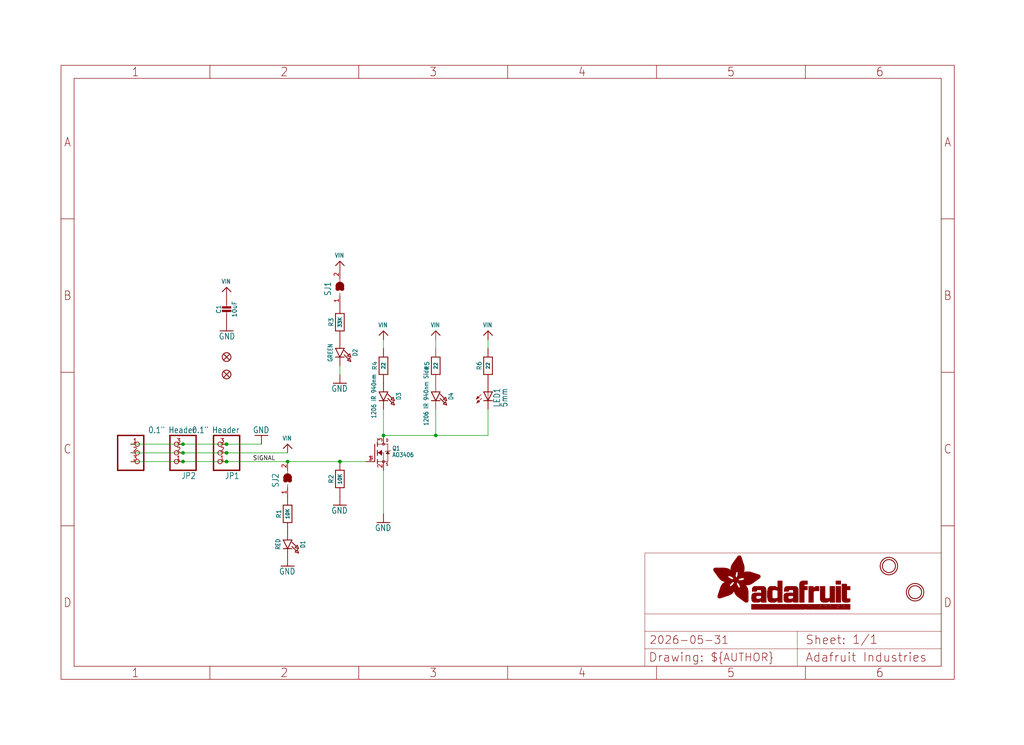
<source format=kicad_sch>
(kicad_sch (version 20230121) (generator eeschema)
  (paper "User" 298.45 217.322)
  (lib_symbols
    (symbol "working-eagle-import:CAP_CERAMIC0805-NOOUTLINE"
      (property "Reference" "C" (at -2.29 1.25 90))
      (symbol "CAP_CERAMIC0805-NOOUTLINE_1_0"
        (pin passive line (at 0 5.08 270) (length 2.54) (name "1") (number "1"))
        (pin passive line (at 0 -2.54 90) (length 2.54) (name "2") (number "2"))
      )
    )
    (symbol "working-eagle-import:CON_JST_PH_3PIN"
      (symbol "CON_JST_PH_3PIN_1_0"
        (pin passive inverted (at -2.54 2.54 0) (length 2.54) (name "1") (number "1"))
        (pin passive inverted (at -2.54 0 0) (length 2.54) (name "2") (number "2"))
        (pin passive inverted (at -2.54 -2.54 0) (length 2.54) (name "3") (number "3"))
      )
      (symbol "CON_JST_PH_3PIN_2_0"
        (pin bidirectional line (at 0 0 0) (length 5.08) (name "MT") (number "NC1"))
      )
      (symbol "CON_JST_PH_3PIN_3_0"
        (pin bidirectional line (at 0 0 0) (length 5.08) (name "MT") (number "NC2"))
      )
    )
    (symbol "working-eagle-import:FIDUCIAL_1MM")
    (symbol "working-eagle-import:FRAME_A4_ADAFRUIT"
      (symbol "FRAME_A4_ADAFRUIT_1_0"
        (text "${#}/${##}" (at 230.505 10.16 0) (effects (font (size 2.54 2.54)) (justify left bottom)))
        (text "${AUTHOR}" (at 189.23 5.08 0) (effects (font (size 2.286 2.286)) (justify left bottom)))
        (text "${CURRENT_DATE}" (at 171.45 10.16 0) (effects (font (size 2.286 2.286)) (justify left bottom)))
        (text "${PROJECTNAME}" (at 171.45 15.24 0) (effects (font (size 2.54 2.54)) (justify left bottom)))
        (text "1" (at 21.6958 1.905 0) (effects (font (size 2.54 2.286))))
        (text "1" (at 21.6958 177.165 0) (effects (font (size 2.54 2.286))))
        (text "2" (at 65.0875 1.905 0) (effects (font (size 2.54 2.286))))
        (text "2" (at 65.0875 177.165 0) (effects (font (size 2.54 2.286))))
        (text "3" (at 108.4792 1.905 0) (effects (font (size 2.54 2.286))))
        (text "3" (at 108.4792 177.165 0) (effects (font (size 2.54 2.286))))
        (text "4" (at 151.8708 1.905 0) (effects (font (size 2.54 2.286))))
        (text "4" (at 151.8708 177.165 0) (effects (font (size 2.54 2.286))))
        (text "5" (at 195.2625 1.905 0) (effects (font (size 2.54 2.286))))
        (text "5" (at 195.2625 177.165 0) (effects (font (size 2.54 2.286))))
        (text "6" (at 238.6542 1.905 0) (effects (font (size 2.54 2.286))))
        (text "6" (at 238.6542 177.165 0) (effects (font (size 2.54 2.286))))
        (text "A" (at 1.905 156.6863 0) (effects (font (size 2.54 2.286))))
        (text "A" (at 258.445 156.6863 0) (effects (font (size 2.54 2.286))))
        (text "Adafruit Industries" (at 216.916 4.953 0) (effects (font (size 2.54 2.54)) (justify left bottom)))
        (text "B" (at 1.905 111.9188 0) (effects (font (size 2.54 2.286))))
        (text "B" (at 258.445 111.9188 0) (effects (font (size 2.54 2.286))))
        (text "C" (at 1.905 67.1513 0) (effects (font (size 2.54 2.286))))
        (text "C" (at 258.445 67.1513 0) (effects (font (size 2.54 2.286))))
        (text "D" (at 1.905 22.3838 0) (effects (font (size 2.54 2.286))))
        (text "D" (at 258.445 22.3838 0) (effects (font (size 2.54 2.286))))
        (text "Drawing:" (at 171.196 4.953 0) (effects (font (size 2.54 2.54)) (justify left bottom)))
        (text "Sheet:" (at 216.916 10.033 0) (effects (font (size 2.54 2.54)) (justify left bottom)))
      )
    )
    (symbol "working-eagle-import:GND" (power)
      (property "Value" "GND" (at -2.54 -2.54 0))
      (symbol "GND_1_0"
        (pin power_in line (at 0 2.54 270) (length 2.54) (name "GND") (number "1"))
      )
    )
    (symbol "working-eagle-import:HEADER-1X3"
      (property "Reference" "JP" (at -6.35 5.715 0))
      (symbol "HEADER-1X3_1_0"
        (pin passive inverted (at -2.54 2.54 0) (length 2.54) (name "1") (number "1"))
        (pin passive inverted (at -2.54 0 0) (length 2.54) (name "2") (number "2"))
        (pin passive inverted (at -2.54 -2.54 0) (length 2.54) (name "3") (number "3"))
      )
    )
    (symbol "working-eagle-import:HEADER-1X3ROUND"
      (property "Reference" "JP" (at -6.35 5.715 0))
      (symbol "HEADER-1X3ROUND_1_0"
        (pin passive inverted (at -2.54 2.54 0) (length 2.54) (name "1") (number "1"))
        (pin passive inverted (at -2.54 0 0) (length 2.54) (name "2") (number "2"))
        (pin passive inverted (at -2.54 -2.54 0) (length 2.54) (name "3") (number "3"))
      )
    )
    (symbol "working-eagle-import:LED0603_NOOUTLINE"
      (property "Reference" "D" (at -1.27 4.445 0))
      (symbol "LED0603_NOOUTLINE_1_0"
        (pin passive line (at -5.08 0 0) (length 2.54) (name "A") (number "A"))
        (pin passive line (at 2.54 0 180) (length 2.54) (name "C") (number "C"))
      )
    )
    (symbol "working-eagle-import:LED1206"
      (property "Reference" "D" (at -1.27 4.445 0))
      (symbol "LED1206_1_0"
        (pin passive line (at -5.08 0 0) (length 2.54) (name "A") (number "A"))
        (pin passive line (at 2.54 0 180) (length 2.54) (name "C") (number "C"))
      )
    )
    (symbol "working-eagle-import:LED5MM"
      (property "Reference" "LED" (at 3.556 -4.572 90))
      (symbol "LED5MM_1_0"
        (pin passive line (at 0 2.54 270) (length 2.54) (name "A") (number "A"))
        (pin passive line (at 0 -5.08 90) (length 2.54) (name "C") (number "K"))
      )
    )
    (symbol "working-eagle-import:LED_1206RA"
      (property "Reference" "D" (at -1.27 4.445 0))
      (symbol "LED_1206RA_1_0"
        (pin passive line (at -5.08 0 0) (length 2.54) (name "A") (number "A"))
        (pin passive line (at 2.54 0 180) (length 2.54) (name "C") (number "C"))
      )
    )
    (symbol "working-eagle-import:MOSFET-NWIDE"
      (property "Reference" "Q" (at 5.08 0.635 0))
      (symbol "MOSFET-NWIDE_1_0"
        (text "D" (at 3.175 3.175 0) (effects (font (size 0.8128 0.6908)) (justify left bottom)))
        (text "G" (at -1.27 -1.905 0) (effects (font (size 0.8128 0.6908)) (justify left bottom)))
        (text "S" (at 3.175 -3.81 0) (effects (font (size 0.8128 0.6908)) (justify left bottom)))
        (pin bidirectional line (at -2.54 -2.54 0) (length 2.54) (name "G") (number "1"))
        (pin bidirectional line (at 2.54 -5.08 90) (length 2.54) (name "S") (number "2"))
        (pin bidirectional line (at 2.54 5.08 270) (length 2.54) (name "D") (number "3"))
      )
    )
    (symbol "working-eagle-import:MOUNTINGHOLE2.5")
    (symbol "working-eagle-import:RESISTOR_0603_NOOUT"
      (property "Reference" "R" (at 0 2.54 0))
      (symbol "RESISTOR_0603_NOOUT_1_0"
        (pin passive line (at -5.08 0 0) (length 2.54) (name "1") (number "1"))
        (pin passive line (at 5.08 0 180) (length 2.54) (name "2") (number "2"))
      )
    )
    (symbol "working-eagle-import:SOLDERJUMPER_CLOSED"
      (property "Reference" "SJ" (at -2.54 2.54 0))
      (symbol "SOLDERJUMPER_CLOSED_1_0"
        (pin passive line (at -5.08 0 0) (length 2.54) (name "1") (number "1"))
        (pin passive line (at 5.08 0 180) (length 2.54) (name "2") (number "2"))
      )
    )
    (symbol "working-eagle-import:VIN" (power)
      (property "Value" "VIN" (at -1.524 1.016 0))
      (symbol "VIN_1_0"
        (pin power_in line (at 0 -2.54 90) (length 2.54) (name "VIN") (number "1"))
      )
    )
  )
  (junction (at 66.04 129.54))
  (junction (at 53.34 129.54))
  (junction (at 66.04 132.08))
  (junction (at 99.06 134.62))
  (junction (at 53.34 132.08))
  (junction (at 111.76 127))
  (junction (at 83.82 134.62))
  (junction (at 53.34 134.62))
  (junction (at 66.04 134.62))
  (junction (at 127 127))
  (wire (pts (xy 76.2 129.54) (xy 66.04 129.54)) (stroke (width 0.1524)))
  (wire (pts (xy 38.1 129.54) (xy 53.34 129.54)) (stroke (width 0.1524)))
  (wire (pts (xy 142.24 101.6) (xy 142.24 99.06)) (stroke (width 0.1524)))
  (wire (pts (xy 53.34 132.08) (xy 38.1 132.08)) (stroke (width 0.1524)))
  (wire (pts (xy 83.82 132.08) (xy 66.04 132.08)) (stroke (width 0.1524)))
  (wire (pts (xy 142.24 127) (xy 142.24 119.38)) (stroke (width 0.1524)))
  (wire (pts (xy 99.06 134.62) (xy 106.68 134.62)) (stroke (width 0.1524)))
  (wire (pts (xy 53.34 134.62) (xy 66.04 134.62)) (stroke (width 0.1524)))
  (wire (pts (xy 38.1 134.62) (xy 53.34 134.62)) (stroke (width 0.1524)))
  (wire (pts (xy 111.76 119.38) (xy 111.76 127)) (stroke (width 0.1524)))
  (wire (pts (xy 66.04 132.08) (xy 53.34 132.08)) (stroke (width 0.1524)))
  (wire (pts (xy 127 127) (xy 127 119.38)) (stroke (width 0.1524)))
  (wire (pts (xy 127 127) (xy 142.24 127)) (stroke (width 0.1524)))
  (wire (pts (xy 66.04 134.62) (xy 83.82 134.62)) (stroke (width 0.1524)))
  (wire (pts (xy 111.76 137.16) (xy 111.76 149.86)) (stroke (width 0.1524)))
  (wire (pts (xy 83.82 134.62) (xy 99.06 134.62)) (stroke (width 0.1524)))
  (wire (pts (xy 111.76 127) (xy 127 127)) (stroke (width 0.1524)))
  (wire (pts (xy 111.76 101.6) (xy 111.76 99.06)) (stroke (width 0.1524)))
  (wire (pts (xy 99.06 109.22) (xy 99.06 106.68)) (stroke (width 0.1524)))
  (wire (pts (xy 127 101.6) (xy 127 99.06)) (stroke (width 0.1524)))
  (wire (pts (xy 53.34 129.54) (xy 66.04 129.54)) (stroke (width 0.1524)))
  (label "SIGNAL" (at 73.66 134.62 0) (effects (font (size 1.2446 1.2446))))
  (symbol (lib_id "working-eagle-import:FRAME_A4_ADAFRUIT") (at 17.78 198.12 0) (unit 1)
    (property "Reference" "#U$4" (effects hide))
    (property "Value" "FRAME_A4_ADAFRUIT" (effects hide))
  )
  (symbol (lib_id "working-eagle-import:FIDUCIAL_1MM") (at 66.04 109.22 0) (unit 1)
    (property "Reference" "FID2" (effects hide))
    (property "Value" "FIDUCIAL_1MM" (effects hide))
    (property "Footprint" "working:FIDUCIAL_1MM" (effects hide))
  )
  (symbol (lib_id "working-eagle-import:GND") (at 99.06 111.76 0) (unit 1)
    (property "Reference" "#GND4" (effects hide))
    (property "Value" "GND" (at 96.52 114.3 0) (effects (font (size 1.778 1.5113)) (justify left bottom)))
  )
  (symbol (lib_id "working-eagle-import:RESISTOR_0603_NOOUT") (at 99.06 93.98 90) (unit 1)
    (property "Reference" "R3" (at 96.52 93.98 0))
    (property "Value" "33K" (at 99.06 93.98 0) (effects (font (size 1.016 1.016) bold)))
    (property "Footprint" "working:0603-NO" (effects hide))
  )
  (symbol (lib_id "working-eagle-import:RESISTOR_0603_NOOUT") (at 99.06 139.7 90) (unit 1)
    (property "Reference" "R2" (at 96.52 139.7 0))
    (property "Value" "10K" (at 99.06 139.7 0) (effects (font (size 1.016 1.016) bold)))
    (property "Footprint" "working:0603-NO" (effects hide))
  )
  (symbol (lib_id "working-eagle-import:GND") (at 66.04 96.52 0) (mirror y) (unit 1)
    (property "Reference" "#GND2" (effects hide))
    (property "Value" "GND" (at 68.58 99.06 0) (effects (font (size 1.778 1.5113)) (justify left bottom)))
  )
  (symbol (lib_id "working-eagle-import:LED5MM") (at 142.24 114.3 0) (unit 1)
    (property "Reference" "LED1" (at 145.796 118.872 90) (effects (font (size 1.778 1.5113)) (justify left bottom)))
    (property "Value" "5mm" (at 147.955 118.872 90) (effects (font (size 1.778 1.5113)) (justify left bottom)))
    (property "Footprint" "working:LED5MM" (effects hide))
  )
  (symbol (lib_id "working-eagle-import:GND") (at 76.2 127 0) (mirror x) (unit 1)
    (property "Reference" "#GND3" (effects hide))
    (property "Value" "GND" (at 73.66 124.46 0) (effects (font (size 1.778 1.5113)) (justify left bottom)))
  )
  (symbol (lib_id "working-eagle-import:SOLDERJUMPER_CLOSED") (at 99.06 83.82 90) (unit 1)
    (property "Reference" "SJ1" (at 96.52 86.36 0) (effects (font (size 1.778 1.5113)) (justify left bottom)))
    (property "Value" "SOLDERJUMPER_CLOSED" (effects hide))
    (property "Footprint" "working:SOLDERJUMPER_CLOSEDWIRE" (effects hide))
  )
  (symbol (lib_id "working-eagle-import:CON_JST_PH_3PIN") (at 40.64 132.08 0) (unit 1)
    (property "Reference" "X4" (effects hide))
    (property "Value" "JST PH 3" (effects hide))
    (property "Footprint" "working:JSTPH3" (effects hide))
  )
  (symbol (lib_id "working-eagle-import:VIN") (at 142.24 96.52 0) (unit 1)
    (property "Reference" "#U$9" (effects hide))
    (property "Value" "VIN" (at 140.716 95.504 0) (effects (font (size 1.27 1.0795)) (justify left bottom)))
  )
  (symbol (lib_id "working-eagle-import:LED0603_NOOUTLINE") (at 99.06 104.14 270) (unit 1)
    (property "Reference" "D2" (at 103.505 102.87 0) (effects (font (size 1.27 1.0795))))
    (property "Value" "GREEN" (at 96.266 102.87 0) (effects (font (size 1.27 1.0795))))
    (property "Footprint" "working:CHIPLED_0603_NOOUTLINE" (effects hide))
  )
  (symbol (lib_id "working-eagle-import:LED0603_NOOUTLINE") (at 83.82 160.02 270) (unit 1)
    (property "Reference" "D1" (at 88.265 158.75 0) (effects (font (size 1.27 1.0795))))
    (property "Value" "RED" (at 81.026 158.75 0) (effects (font (size 1.27 1.0795))))
    (property "Footprint" "working:CHIPLED_0603_NOOUTLINE" (effects hide))
  )
  (symbol (lib_id "working-eagle-import:SOLDERJUMPER_CLOSED") (at 83.82 139.7 90) (unit 1)
    (property "Reference" "SJ2" (at 81.28 142.24 0) (effects (font (size 1.778 1.5113)) (justify left bottom)))
    (property "Value" "SOLDERJUMPER_CLOSED" (effects hide))
    (property "Footprint" "working:SOLDERJUMPER_CLOSEDWIRE" (effects hide))
  )
  (symbol (lib_id "working-eagle-import:CAP_CERAMIC0805-NOOUTLINE") (at 66.04 91.44 0) (unit 1)
    (property "Reference" "C1" (at 63.75 90.19 90))
    (property "Value" "10uF" (at 68.34 90.19 90))
    (property "Footprint" "working:0805-NO" (effects hide))
  )
  (symbol (lib_id "working-eagle-import:VIN") (at 66.04 83.82 0) (unit 1)
    (property "Reference" "#U$11" (effects hide))
    (property "Value" "VIN" (at 64.516 82.804 0) (effects (font (size 1.27 1.0795)) (justify left bottom)))
  )
  (symbol (lib_id "working-eagle-import:RESISTOR_0603_NOOUT") (at 83.82 149.86 90) (unit 1)
    (property "Reference" "R1" (at 81.28 149.86 0))
    (property "Value" "10K" (at 83.82 149.86 0) (effects (font (size 1.016 1.016) bold)))
    (property "Footprint" "working:0603-NO" (effects hide))
  )
  (symbol (lib_id "working-eagle-import:RESISTOR_0603_NOOUT") (at 111.76 106.68 90) (unit 1)
    (property "Reference" "R4" (at 109.22 106.68 0))
    (property "Value" "22" (at 111.76 106.68 0) (effects (font (size 1.016 1.016) bold)))
    (property "Footprint" "working:0603-NO" (effects hide))
  )
  (symbol (lib_id "working-eagle-import:GND") (at 83.82 165.1 0) (unit 1)
    (property "Reference" "#GND5" (effects hide))
    (property "Value" "GND" (at 81.28 167.64 0) (effects (font (size 1.778 1.5113)) (justify left bottom)))
  )
  (symbol (lib_id "working-eagle-import:GND") (at 111.76 152.4 0) (unit 1)
    (property "Reference" "#GND1" (effects hide))
    (property "Value" "GND" (at 109.22 154.94 0) (effects (font (size 1.778 1.5113)) (justify left bottom)))
  )
  (symbol (lib_id "working-eagle-import:GND") (at 99.06 147.32 0) (unit 1)
    (property "Reference" "#GND6" (effects hide))
    (property "Value" "GND" (at 96.52 149.86 0) (effects (font (size 1.778 1.5113)) (justify left bottom)))
  )
  (symbol (lib_id "working-eagle-import:HEADER-1X3ROUND") (at 50.8 132.08 180) (unit 1)
    (property "Reference" "JP2" (at 57.15 137.795 0) (effects (font (size 1.778 1.5113)) (justify left bottom)))
    (property "Value" "0.1\" Header" (at 57.15 124.46 0) (effects (font (size 1.778 1.5113)) (justify left bottom)))
    (property "Footprint" "working:1X03_ROUND" (effects hide))
  )
  (symbol (lib_id "working-eagle-import:RESISTOR_0603_NOOUT") (at 127 106.68 90) (unit 1)
    (property "Reference" "R5" (at 124.46 106.68 0))
    (property "Value" "22" (at 127 106.68 0) (effects (font (size 1.016 1.016) bold)))
    (property "Footprint" "working:0603-NO" (effects hide))
  )
  (symbol (lib_id "working-eagle-import:MOUNTINGHOLE2.5") (at 259.08 165.1 0) (unit 1)
    (property "Reference" "U$8" (effects hide))
    (property "Value" "MOUNTINGHOLE2.5" (effects hide))
    (property "Footprint" "working:MOUNTINGHOLE_2.5_PLATED" (effects hide))
  )
  (symbol (lib_id "working-eagle-import:FIDUCIAL_1MM") (at 66.04 104.14 0) (unit 1)
    (property "Reference" "FID3" (effects hide))
    (property "Value" "FIDUCIAL_1MM" (effects hide))
    (property "Footprint" "working:FIDUCIAL_1MM" (effects hide))
  )
  (symbol (lib_id "working-eagle-import:LED_1206RA") (at 127 116.84 270) (unit 1)
    (property "Reference" "D4" (at 131.445 115.57 0) (effects (font (size 1.27 1.0795))))
    (property "Value" "1206 IR 940nm Side" (at 124.206 115.57 0) (effects (font (size 1.27 1.0795))))
    (property "Footprint" "working:LED_1206_SIDE" (effects hide))
  )
  (symbol (lib_id "working-eagle-import:LED1206") (at 111.76 116.84 270) (unit 1)
    (property "Reference" "D3" (at 116.205 115.57 0) (effects (font (size 1.27 1.0795))))
    (property "Value" "1206 IR 940nm" (at 108.966 115.57 0) (effects (font (size 1.27 1.0795))))
    (property "Footprint" "working:CHIPLED_1206" (effects hide))
  )
  (symbol (lib_id "working-eagle-import:VIN") (at 111.76 96.52 0) (unit 1)
    (property "Reference" "#U$7" (effects hide))
    (property "Value" "VIN" (at 110.236 95.504 0) (effects (font (size 1.27 1.0795)) (justify left bottom)))
  )
  (symbol (lib_id "working-eagle-import:VIN") (at 83.82 129.54 0) (unit 1)
    (property "Reference" "#U$6" (effects hide))
    (property "Value" "VIN" (at 82.296 128.524 0) (effects (font (size 1.27 1.0795)) (justify left bottom)))
  )
  (symbol (lib_id "working-eagle-import:RESISTOR_0603_NOOUT") (at 142.24 106.68 90) (unit 1)
    (property "Reference" "R6" (at 139.7 106.68 0))
    (property "Value" "22" (at 142.24 106.68 0) (effects (font (size 1.016 1.016) bold)))
    (property "Footprint" "working:0603-NO" (effects hide))
  )
  (symbol (lib_id "working-eagle-import:VIN") (at 127 96.52 0) (unit 1)
    (property "Reference" "#U$3" (effects hide))
    (property "Value" "VIN" (at 125.476 95.504 0) (effects (font (size 1.27 1.0795)) (justify left bottom)))
  )
  (symbol (lib_id "working-eagle-import:MOSFET-NWIDE") (at 109.22 132.08 0) (unit 1)
    (property "Reference" "Q1" (at 114.3 131.445 0) (effects (font (size 1.27 1.0795)) (justify left bottom)))
    (property "Value" "AO3406" (at 114.3 133.35 0) (effects (font (size 1.27 1.0795)) (justify left bottom)))
    (property "Footprint" "working:SOT23-WIDE" (effects hide))
  )
  (symbol (lib_id "working-eagle-import:VIN") (at 99.06 76.2 0) (unit 1)
    (property "Reference" "#U$2" (effects hide))
    (property "Value" "VIN" (at 97.536 75.184 0) (effects (font (size 1.27 1.0795)) (justify left bottom)))
  )
  (symbol (lib_id "working-eagle-import:HEADER-1X3") (at 63.5 132.08 180) (unit 1)
    (property "Reference" "JP1" (at 69.85 137.795 0) (effects (font (size 1.778 1.5113)) (justify left bottom)))
    (property "Value" "0.1\" Header" (at 69.85 124.46 0) (effects (font (size 1.778 1.5113)) (justify left bottom)))
    (property "Footprint" "working:1X03_OVAL" (effects hide))
  )
  (symbol (lib_id "working-eagle-import:MOUNTINGHOLE2.5") (at 266.7 172.72 0) (unit 1)
    (property "Reference" "U$1" (effects hide))
    (property "Value" "MOUNTINGHOLE2.5" (effects hide))
    (property "Footprint" "working:MOUNTINGHOLE_2.5_PLATED" (effects hide))
  )
)
</source>
